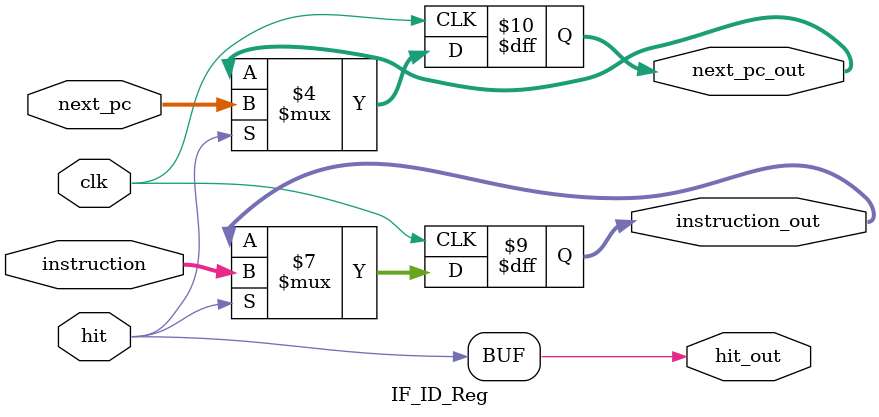
<source format=v>
`timescale 1ns / 1ps
module IF_ID_Reg(
	input clk,									// CLK(1 bit)
	input [31:0] next_pc,					// next_pc(32 bits)
	input [31:0] instruction,				// instruction(32 bits)
	input hit,									// hit bit(1 bit)
	
	output reg [31:0] instruction_out,	// instruction_out(32 bits)
	output reg [31:0] next_pc_out,		// next_pc_out(32 bits)
	output hit_out								// hit_out(1 bit)
    );
	
	always @(negedge clk)
		begin
			if (hit == 1'b1)
				begin
					instruction_out = instruction;
					next_pc_out = next_pc;
				end
		end
		
	assign hit_out = hit;

endmodule

</source>
